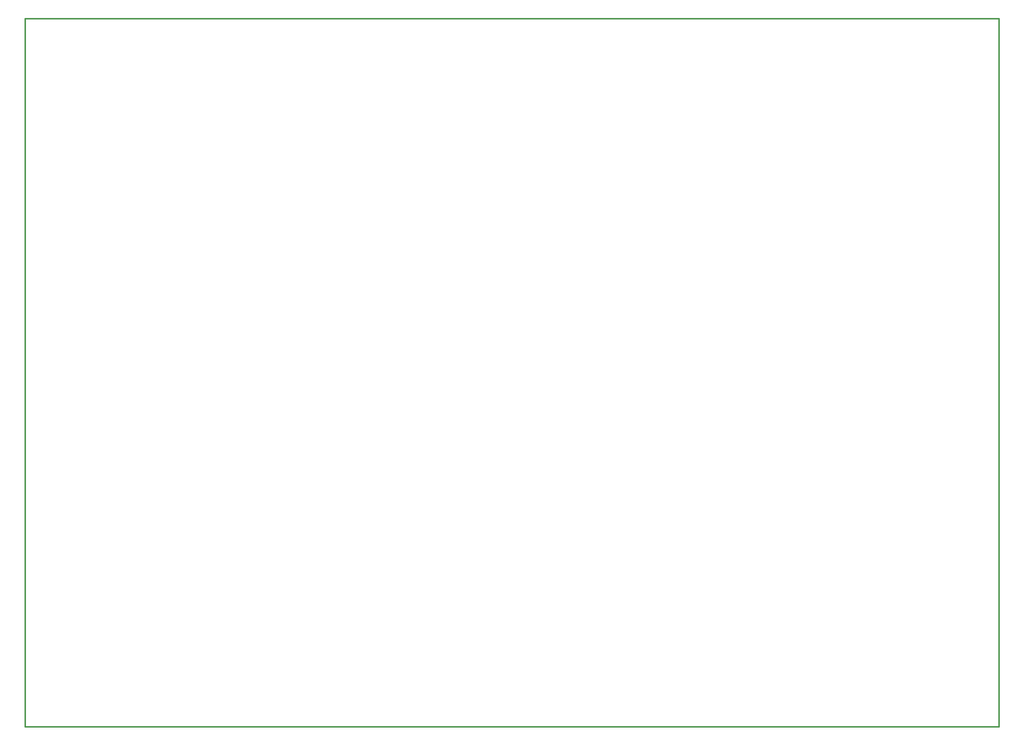
<source format=gm1>
%TF.GenerationSoftware,KiCad,Pcbnew,(5.1.10)-1*%
%TF.CreationDate,2022-03-11T09:02:51-05:00*%
%TF.ProjectId,Z180GDC,5a313830-4744-4432-9e6b-696361645f70,rev?*%
%TF.SameCoordinates,Original*%
%TF.FileFunction,Profile,NP*%
%FSLAX46Y46*%
G04 Gerber Fmt 4.6, Leading zero omitted, Abs format (unit mm)*
G04 Created by KiCad (PCBNEW (5.1.10)-1) date 2022-03-11 09:02:51*
%MOMM*%
%LPD*%
G01*
G04 APERTURE LIST*
%TA.AperFunction,Profile*%
%ADD10C,0.381000*%
%TD*%
G04 APERTURE END LIST*
D10*
X29464000Y-29464000D02*
X29464000Y-232664000D01*
X308864000Y-29464000D02*
X29464000Y-29464000D01*
X308864000Y-232664000D02*
X308864000Y-29464000D01*
X29464000Y-232664000D02*
X308864000Y-232664000D01*
M02*

</source>
